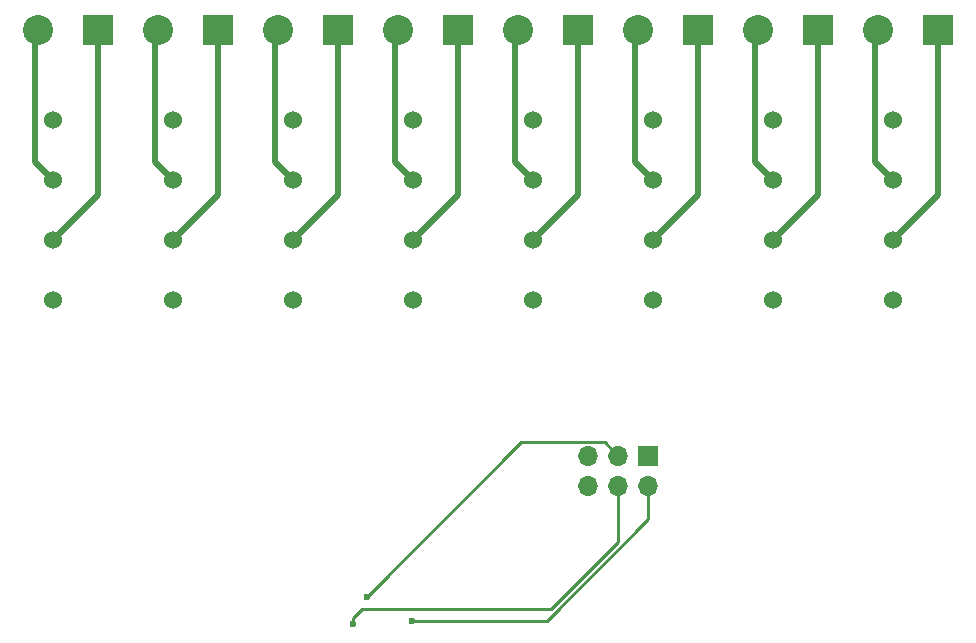
<source format=gbl>
G04 #@! TF.GenerationSoftware,KiCad,Pcbnew,5.0.2-bee76a0~70~ubuntu18.04.1*
G04 #@! TF.CreationDate,2019-03-11T17:23:52+01:00*
G04 #@! TF.ProjectId,8RelaisReed,3852656c-6169-4735-9265-65642e6b6963,rev?*
G04 #@! TF.SameCoordinates,Original*
G04 #@! TF.FileFunction,Copper,L2,Bot*
G04 #@! TF.FilePolarity,Positive*
%FSLAX46Y46*%
G04 Gerber Fmt 4.6, Leading zero omitted, Abs format (unit mm)*
G04 Created by KiCad (PCBNEW 5.0.2-bee76a0~70~ubuntu18.04.1) date lun. 11 mars 2019 17:23:52 CET*
%MOMM*%
%LPD*%
G01*
G04 APERTURE LIST*
G04 #@! TA.AperFunction,ComponentPad*
%ADD10R,2.540000X2.540000*%
G04 #@! TD*
G04 #@! TA.AperFunction,ComponentPad*
%ADD11C,2.540000*%
G04 #@! TD*
G04 #@! TA.AperFunction,ComponentPad*
%ADD12C,1.524000*%
G04 #@! TD*
G04 #@! TA.AperFunction,ComponentPad*
%ADD13R,1.700000X1.700000*%
G04 #@! TD*
G04 #@! TA.AperFunction,ComponentPad*
%ADD14O,1.700000X1.700000*%
G04 #@! TD*
G04 #@! TA.AperFunction,ViaPad*
%ADD15C,0.600000*%
G04 #@! TD*
G04 #@! TA.AperFunction,Conductor*
%ADD16C,0.250000*%
G04 #@! TD*
G04 #@! TA.AperFunction,Conductor*
%ADD17C,0.500000*%
G04 #@! TD*
G04 APERTURE END LIST*
D10*
G04 #@! TO.P,P4,1*
G04 #@! TO.N,Net-(P4-Pad1)*
X146050000Y-69850000D03*
D11*
G04 #@! TO.P,P4,2*
G04 #@! TO.N,Net-(P4-Pad2)*
X140970000Y-69850000D03*
G04 #@! TD*
D10*
G04 #@! TO.P,P5,1*
G04 #@! TO.N,Net-(P5-Pad1)*
X156210000Y-69850000D03*
D11*
G04 #@! TO.P,P5,2*
G04 #@! TO.N,Net-(P5-Pad2)*
X151130000Y-69850000D03*
G04 #@! TD*
D10*
G04 #@! TO.P,P6,1*
G04 #@! TO.N,Net-(P6-Pad1)*
X166370000Y-69850000D03*
D11*
G04 #@! TO.P,P6,2*
G04 #@! TO.N,Net-(P6-Pad2)*
X161290000Y-69850000D03*
G04 #@! TD*
D10*
G04 #@! TO.P,P7,1*
G04 #@! TO.N,Net-(P7-Pad1)*
X176530000Y-69850000D03*
D11*
G04 #@! TO.P,P7,2*
G04 #@! TO.N,Net-(P7-Pad2)*
X171450000Y-69850000D03*
G04 #@! TD*
D10*
G04 #@! TO.P,P8,1*
G04 #@! TO.N,Net-(P8-Pad1)*
X186690000Y-69850000D03*
D11*
G04 #@! TO.P,P8,2*
G04 #@! TO.N,Net-(P8-Pad2)*
X181610000Y-69850000D03*
G04 #@! TD*
D10*
G04 #@! TO.P,P9,1*
G04 #@! TO.N,Net-(P9-Pad1)*
X196850000Y-69850000D03*
D11*
G04 #@! TO.P,P9,2*
G04 #@! TO.N,Net-(P9-Pad2)*
X191770000Y-69850000D03*
G04 #@! TD*
D10*
G04 #@! TO.P,P10,1*
G04 #@! TO.N,Net-(P10-Pad1)*
X207010000Y-69850000D03*
D11*
G04 #@! TO.P,P10,2*
G04 #@! TO.N,Net-(P10-Pad2)*
X201930000Y-69850000D03*
G04 #@! TD*
D10*
G04 #@! TO.P,P11,1*
G04 #@! TO.N,Net-(P11-Pad1)*
X217170000Y-69850000D03*
D11*
G04 #@! TO.P,P11,2*
G04 #@! TO.N,Net-(P11-Pad2)*
X212090000Y-69850000D03*
G04 #@! TD*
D12*
G04 #@! TO.P,R1,1*
G04 #@! TO.N,/S0*
X142240000Y-92710000D03*
G04 #@! TO.P,R1,2*
G04 #@! TO.N,Net-(P4-Pad1)*
X142240000Y-87630000D03*
G04 #@! TO.P,R1,3*
G04 #@! TO.N,Net-(P4-Pad2)*
X142240000Y-82550000D03*
G04 #@! TO.P,R1,4*
G04 #@! TO.N,/5V*
X142240000Y-77470000D03*
G04 #@! TD*
G04 #@! TO.P,R2,1*
G04 #@! TO.N,/S1*
X152400000Y-92710000D03*
G04 #@! TO.P,R2,2*
G04 #@! TO.N,Net-(P5-Pad1)*
X152400000Y-87630000D03*
G04 #@! TO.P,R2,3*
G04 #@! TO.N,Net-(P5-Pad2)*
X152400000Y-82550000D03*
G04 #@! TO.P,R2,4*
G04 #@! TO.N,/5V*
X152400000Y-77470000D03*
G04 #@! TD*
G04 #@! TO.P,R3,1*
G04 #@! TO.N,/S2*
X162560000Y-92710000D03*
G04 #@! TO.P,R3,2*
G04 #@! TO.N,Net-(P6-Pad1)*
X162560000Y-87630000D03*
G04 #@! TO.P,R3,3*
G04 #@! TO.N,Net-(P6-Pad2)*
X162560000Y-82550000D03*
G04 #@! TO.P,R3,4*
G04 #@! TO.N,/5V*
X162560000Y-77470000D03*
G04 #@! TD*
G04 #@! TO.P,R4,1*
G04 #@! TO.N,/S3*
X172720000Y-92710000D03*
G04 #@! TO.P,R4,2*
G04 #@! TO.N,Net-(P7-Pad1)*
X172720000Y-87630000D03*
G04 #@! TO.P,R4,3*
G04 #@! TO.N,Net-(P7-Pad2)*
X172720000Y-82550000D03*
G04 #@! TO.P,R4,4*
G04 #@! TO.N,/5V*
X172720000Y-77470000D03*
G04 #@! TD*
G04 #@! TO.P,R5,1*
G04 #@! TO.N,/S4*
X182880000Y-92710000D03*
G04 #@! TO.P,R5,2*
G04 #@! TO.N,Net-(P8-Pad1)*
X182880000Y-87630000D03*
G04 #@! TO.P,R5,3*
G04 #@! TO.N,Net-(P8-Pad2)*
X182880000Y-82550000D03*
G04 #@! TO.P,R5,4*
G04 #@! TO.N,/5V*
X182880000Y-77470000D03*
G04 #@! TD*
G04 #@! TO.P,R6,1*
G04 #@! TO.N,/S5*
X193040000Y-92710000D03*
G04 #@! TO.P,R6,2*
G04 #@! TO.N,Net-(P9-Pad1)*
X193040000Y-87630000D03*
G04 #@! TO.P,R6,3*
G04 #@! TO.N,Net-(P9-Pad2)*
X193040000Y-82550000D03*
G04 #@! TO.P,R6,4*
G04 #@! TO.N,/5V*
X193040000Y-77470000D03*
G04 #@! TD*
G04 #@! TO.P,R7,1*
G04 #@! TO.N,/S6*
X203200000Y-92710000D03*
G04 #@! TO.P,R7,2*
G04 #@! TO.N,Net-(P10-Pad1)*
X203200000Y-87630000D03*
G04 #@! TO.P,R7,3*
G04 #@! TO.N,Net-(P10-Pad2)*
X203200000Y-82550000D03*
G04 #@! TO.P,R7,4*
G04 #@! TO.N,/5V*
X203200000Y-77470000D03*
G04 #@! TD*
G04 #@! TO.P,R8,1*
G04 #@! TO.N,/S7*
X213360000Y-92710000D03*
G04 #@! TO.P,R8,2*
G04 #@! TO.N,Net-(P11-Pad1)*
X213360000Y-87630000D03*
G04 #@! TO.P,R8,3*
G04 #@! TO.N,Net-(P11-Pad2)*
X213360000Y-82550000D03*
G04 #@! TO.P,R8,4*
G04 #@! TO.N,/5V*
X213360000Y-77470000D03*
G04 #@! TD*
D13*
G04 #@! TO.P,J1,1*
G04 #@! TO.N,/5V*
X192630000Y-105930000D03*
D14*
G04 #@! TO.P,J1,2*
G04 #@! TO.N,/SER*
X192630000Y-108470000D03*
G04 #@! TO.P,J1,3*
G04 #@! TO.N,/SRCLK*
X190090000Y-105930000D03*
G04 #@! TO.P,J1,4*
G04 #@! TO.N,/RCLK*
X190090000Y-108470000D03*
G04 #@! TO.P,J1,5*
G04 #@! TO.N,/3V3*
X187550000Y-105930000D03*
G04 #@! TO.P,J1,6*
G04 #@! TO.N,/GND*
X187550000Y-108470000D03*
G04 #@! TD*
D15*
G04 #@! TO.N,/SRCLK*
X168783000Y-117855988D03*
G04 #@! TO.N,/RCLK*
X167640000Y-120142000D03*
G04 #@! TO.N,/SER*
X172593000Y-119888000D03*
G04 #@! TD*
D16*
G04 #@! TO.N,/SRCLK*
X190090000Y-105930000D02*
X188914999Y-104754999D01*
X188914999Y-104754999D02*
X181883989Y-104754999D01*
X169082999Y-117555989D02*
X168783000Y-117855988D01*
X181883989Y-104754999D02*
X169082999Y-117555989D01*
G04 #@! TO.N,/RCLK*
X190090000Y-113186000D02*
X190090000Y-108470000D01*
X184404000Y-118872000D02*
X190090000Y-113186000D01*
X168402000Y-118872000D02*
X184404000Y-118872000D01*
X167640000Y-120142000D02*
X167640000Y-119634000D01*
X167640000Y-119634000D02*
X168402000Y-118872000D01*
G04 #@! TO.N,/SER*
X173017264Y-119888000D02*
X172593000Y-119888000D01*
X184024410Y-119888000D02*
X173017264Y-119888000D01*
X192630000Y-111282410D02*
X184024410Y-119888000D01*
X192630000Y-108470000D02*
X192630000Y-111282410D01*
D17*
G04 #@! TO.N,Net-(P4-Pad1)*
X146050000Y-83820000D02*
X146050000Y-69850000D01*
X142240000Y-87630000D02*
X146050000Y-83820000D01*
G04 #@! TO.N,Net-(P4-Pad2)*
X140714000Y-70105900D02*
X140970000Y-69850000D01*
X140714000Y-81024100D02*
X140714000Y-70105900D01*
X142240000Y-82550000D02*
X140714000Y-81024100D01*
G04 #@! TO.N,Net-(P5-Pad1)*
X156210000Y-83820000D02*
X156210000Y-69850000D01*
X152400000Y-87630000D02*
X156210000Y-83820000D01*
G04 #@! TO.N,Net-(P5-Pad2)*
X150843000Y-70136800D02*
X151130000Y-69850000D01*
X150843000Y-80993200D02*
X150843000Y-70136800D01*
X152400000Y-82550000D02*
X150843000Y-80993200D01*
G04 #@! TO.N,Net-(P6-Pad1)*
X166370000Y-83820000D02*
X166370000Y-69850000D01*
X162560000Y-87630000D02*
X166370000Y-83820000D01*
G04 #@! TO.N,Net-(P6-Pad2)*
X161003000Y-70136800D02*
X161290000Y-69850000D01*
X161003000Y-80993200D02*
X161003000Y-70136800D01*
X162560000Y-82550000D02*
X161003000Y-80993200D01*
G04 #@! TO.N,Net-(P7-Pad1)*
X176530000Y-83820000D02*
X176530000Y-69850000D01*
X172720000Y-87630000D02*
X176530000Y-83820000D01*
G04 #@! TO.N,Net-(P7-Pad2)*
X171163000Y-70136800D02*
X171450000Y-69850000D01*
X171163000Y-80993200D02*
X171163000Y-70136800D01*
X172720000Y-82550000D02*
X171163000Y-80993200D01*
G04 #@! TO.N,Net-(P8-Pad1)*
X186690000Y-83820000D02*
X186690000Y-69850000D01*
X182880000Y-87630000D02*
X186690000Y-83820000D01*
G04 #@! TO.N,Net-(P8-Pad2)*
X181323000Y-70136800D02*
X181610000Y-69850000D01*
X181323000Y-80993200D02*
X181323000Y-70136800D01*
X182880000Y-82550000D02*
X181323000Y-80993200D01*
G04 #@! TO.N,Net-(P9-Pad1)*
X196850000Y-83820000D02*
X196850000Y-69850000D01*
X193040000Y-87630000D02*
X196850000Y-83820000D01*
G04 #@! TO.N,Net-(P9-Pad2)*
X191483000Y-70136800D02*
X191770000Y-69850000D01*
X191483000Y-80993200D02*
X191483000Y-70136800D01*
X193040000Y-82550000D02*
X191483000Y-80993200D01*
G04 #@! TO.N,Net-(P10-Pad1)*
X207010000Y-83820000D02*
X207010000Y-69850000D01*
X203200000Y-87630000D02*
X207010000Y-83820000D01*
G04 #@! TO.N,Net-(P10-Pad2)*
X201643000Y-70136800D02*
X201930000Y-69850000D01*
X201643000Y-80993200D02*
X201643000Y-70136800D01*
X203200000Y-82550000D02*
X201643000Y-80993200D01*
G04 #@! TO.N,Net-(P11-Pad1)*
X217170000Y-83820000D02*
X217170000Y-69850000D01*
X213360000Y-87630000D02*
X217170000Y-83820000D01*
G04 #@! TO.N,Net-(P11-Pad2)*
X211803000Y-70136800D02*
X212090000Y-69850000D01*
X211803000Y-80993200D02*
X211803000Y-70136800D01*
X213360000Y-82550000D02*
X211803000Y-80993200D01*
G04 #@! TD*
M02*

</source>
